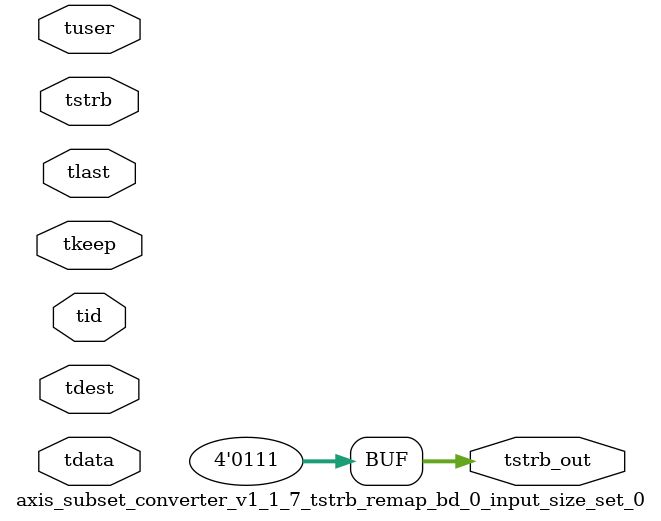
<source format=v>


`timescale 1ps/1ps

module axis_subset_converter_v1_1_7_tstrb_remap_bd_0_input_size_set_0 #
(
parameter C_S_AXIS_TDATA_WIDTH = 32,
parameter C_S_AXIS_TUSER_WIDTH = 0,
parameter C_S_AXIS_TID_WIDTH   = 0,
parameter C_S_AXIS_TDEST_WIDTH = 0,
parameter C_M_AXIS_TDATA_WIDTH = 32
)
(
input  [(C_S_AXIS_TDATA_WIDTH == 0 ? 1 : C_S_AXIS_TDATA_WIDTH)-1:0     ] tdata,
input  [(C_S_AXIS_TUSER_WIDTH == 0 ? 1 : C_S_AXIS_TUSER_WIDTH)-1:0     ] tuser,
input  [(C_S_AXIS_TID_WIDTH   == 0 ? 1 : C_S_AXIS_TID_WIDTH)-1:0       ] tid,
input  [(C_S_AXIS_TDEST_WIDTH == 0 ? 1 : C_S_AXIS_TDEST_WIDTH)-1:0     ] tdest,
input  [(C_S_AXIS_TDATA_WIDTH/8)-1:0 ] tkeep,
input  [(C_S_AXIS_TDATA_WIDTH/8)-1:0 ] tstrb,
input                                                                    tlast,
output [(C_M_AXIS_TDATA_WIDTH/8)-1:0 ] tstrb_out
);

assign tstrb_out = {3'b111};

endmodule


</source>
